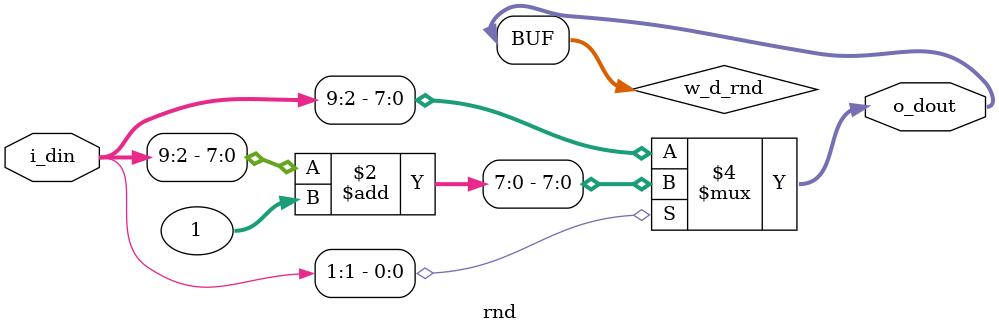
<source format=v>
`timescale 1ns/1ps

module rnd (
  i_din,
  o_dout
);

parameter DW_IN = 10;
parameter DW_RND = 2;
parameter DW_OUT = DW_IN-DW_RND;

input  [DW_IN-1:0]           i_din;
output [DW_OUT-1:0]          o_dout;

wire   [DW_IN-1-DW_RND:0]    w_d_rnd_max;
reg    [DW_IN-1-DW_RND:0]    w_d_rnd;

// rounding
always @(i_din) 
begin
  if (i_din[DW_RND-1])
    w_d_rnd = i_din[DW_IN-1:DW_RND] + 1;
  else 
    w_d_rnd = i_din[DW_IN-1:DW_RND];
end

assign o_dout = w_d_rnd[DW_OUT-1:0];

endmodule
   

</source>
